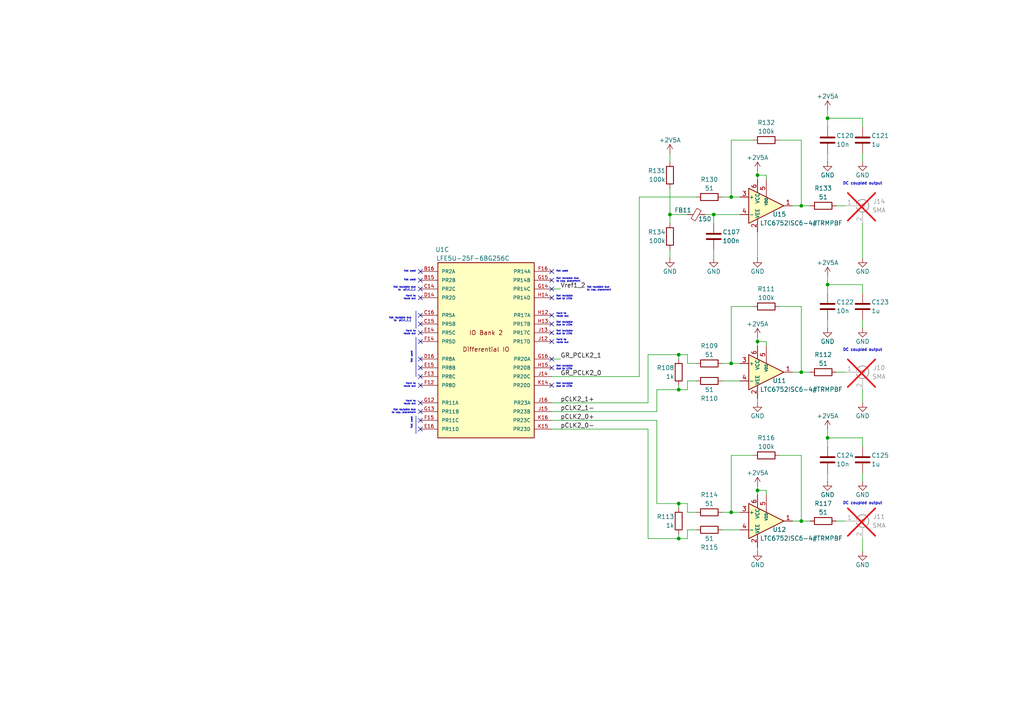
<source format=kicad_sch>
(kicad_sch (version 20250114) (generator "eeschema") (generator_version "9.0")
  (paper "A4")
  (lib_symbols
    (symbol "1_Symbol_Library:LFE5U-25F-6BG256C" (pin_names (offset 1.016))
      (property "Reference" "U" (at -0.762 -3.302 0))
      (property "Value" "LFE5U-25F-6BG256C" (at -40.132 47.498 0))
      (symbol "LFE5U-25F-6BG256C_1_0"
        (rectangle (start -11.43 20.32) (end 12.7 -25.4) (stroke (width 0.254)) (fill (type background)))
        (pin bidirectional line (at -16.51 17.78 0) (length 5.08) (name "PT4A") (number "A2"))
        (pin bidirectional line (at -16.51 15.24 0) (length 5.08) (name "PT4B") (number "B3"))
        (pin bidirectional line (at -16.51 10.16 0) (length 5.08) (name "PT6A") (number "A3"))
        (pin bidirectional line (at -16.51 7.62 0) (length 5.08) (name "PT6B") (number "A4"))
        (pin bidirectional line (at -16.51 2.54 0) (length 5.08) (name "PT9A") (number "E4"))
        (pin bidirectional line (at -16.51 0 0) (length 5.08) (name "PT9B") (number "D4"))
        (pin bidirectional line (at -16.51 -5.08 0) (length 5.08) (name "PT11A") (number "C4"))
        (pin bidirectional line (at -16.51 -7.62 0) (length 5.08) (name "PT11B") (number "B4"))
        (pin bidirectional line (at -16.51 -12.7 0) (length 5.08) (name "PT13A") (number "E5"))
        (pin bidirectional line (at -16.51 -15.24 0) (length 5.08) (name "PT13B") (number "D5"))
        (pin bidirectional line (at -16.51 -20.32 0) (length 5.08) (name "PT15A") (number "C5"))
        (pin bidirectional line (at -16.51 -22.86 0) (length 5.08) (name "PT15B") (number "B5"))
        (pin bidirectional line (at 17.78 17.78 180) (length 5.08) (name "PT18A") (number "A5"))
        (pin bidirectional line (at 17.78 15.24 180) (length 5.08) (name "PT18B") (number "A6"))
        (pin bidirectional line (at 17.78 10.16 180) (length 5.08) (name "PT20A") (number "E6"))
        (pin bidirectional line (at 17.78 7.62 180) (length 5.08) (name "PT20B") (number "D6"))
        (pin bidirectional line (at 17.78 2.54 180) (length 5.08) (name "PT22A") (number "C6"))
        (pin bidirectional line (at 17.78 0 180) (length 5.08) (name "PT22B") (number "B6"))
        (pin bidirectional line (at 17.78 -5.08 180) (length 5.08) (name "PT24A") (number "E7"))
        (pin bidirectional line (at 17.78 -7.62 180) (length 5.08) (name "PT24B") (number "D7"))
        (pin bidirectional line (at 17.78 -12.7 180) (length 5.08) (name "PT27A") (number "C7"))
        (pin bidirectional line (at 17.78 -15.24 180) (length 5.08) (name "PT27B") (number "B7"))
        (pin bidirectional line (at 17.78 -20.32 180) (length 5.08) (name "PT29A") (number "A7"))
        (pin bidirectional line (at 17.78 -22.86 180) (length 5.08) (name "PT29B") (number "A8"))
      )
      (symbol "LFE5U-25F-6BG256C_1_1"
        (text "IO Bank 0" (at 0 2.54 0) (effects (font (size 1.27 1.27))))
      )
      (symbol "LFE5U-25F-6BG256C_2_0"
        (rectangle (start -13.97 27.94) (end 13.97 -33.02) (stroke (width 0.254)) (fill (type background)))
        (pin bidirectional line (at -19.05 25.4 0) (length 5.08) (name "PT33A") (number "E8"))
        (pin bidirectional line (at -19.05 22.86 0) (length 5.08) (name "PT33B") (number "D8"))
        (pin bidirectional line (at -19.05 17.78 0) (length 5.08) (name "PT35A") (number "C8"))
        (pin bidirectional line (at -19.05 15.24 0) (length 5.08) (name "PT35B") (number "B8"))
        (pin bidirectional line (at -19.05 10.16 0) (length 5.08) (name "PT38A") (number "B9"))
        (pin bidirectional line (at -19.05 7.62 0) (length 5.08) (name "PT38B") (number "C9"))
        (pin bidirectional line (at -19.05 2.54 0) (length 5.08) (name "PT40A") (number "D9"))
        (pin bidirectional line (at -19.05 0 0) (length 5.08) (name "PT40B") (number "E9"))
        (pin bidirectional line (at -19.05 -5.08 0) (length 5.08) (name "PT42A") (number "A9"))
        (pin bidirectional line (at -19.05 -7.62 0) (length 5.08) (name "PT42B") (number "A10"))
        (pin bidirectional line (at -19.05 -12.7 0) (length 5.08) (name "PT44A") (number "B10"))
        (pin bidirectional line (at -19.05 -15.24 0) (length 5.08) (name "PT44B") (number "C10"))
        (pin bidirectional line (at -19.05 -20.32 0) (length 5.08) (name "PT47A") (number "D10"))
        (pin bidirectional line (at -19.05 -22.86 0) (length 5.08) (name "PT47B") (number "E10"))
        (pin bidirectional line (at -19.05 -27.94 0) (length 5.08) (name "PT49A") (number "B11"))
        (pin bidirectional line (at -19.05 -30.48 0) (length 5.08) (name "PT49B") (number "C11"))
        (pin bidirectional line (at 19.05 25.4 180) (length 5.08) (name "PT51A") (number "D11"))
        (pin bidirectional line (at 19.05 22.86 180) (length 5.08) (name "PT51B") (number "E11"))
        (pin bidirectional line (at 19.05 17.78 180) (length 5.08) (name "PT53A") (number "A11"))
        (pin bidirectional line (at 19.05 15.24 180) (length 5.08) (name "PT53B") (number "A12"))
        (pin bidirectional line (at 19.05 10.16 180) (length 5.08) (name "PT56A") (number "B12"))
        (pin bidirectional line (at 19.05 7.62 180) (length 5.08) (name "PT56B") (number "C12"))
        (pin bidirectional line (at 19.05 2.54 180) (length 5.08) (name "PT58A") (number "D12"))
        (pin bidirectional line (at 19.05 0 180) (length 5.08) (name "PT58B") (number "E12"))
        (pin bidirectional line (at 19.05 -5.08 180) (length 5.08) (name "PT60A") (number "B13"))
        (pin bidirectional line (at 19.05 -7.62 180) (length 5.08) (name "PT60B") (number "C13"))
        (pin bidirectional line (at 19.05 -12.7 180) (length 5.08) (name "PT62A") (number "D13"))
        (pin bidirectional line (at 19.05 -15.24 180) (length 5.08) (name "PT62B") (number "E13"))
        (pin bidirectional line (at 19.05 -20.32 180) (length 5.08) (name "PT65A") (number "A13"))
        (pin bidirectional line (at 19.05 -22.86 180) (length 5.08) (name "PT65B") (number "A14"))
        (pin bidirectional line (at 19.05 -27.94 180) (length 5.08) (name "PT67A") (number "B14"))
        (pin bidirectional line (at 19.05 -30.48 180) (length 5.08) (name "PT67B") (number "A15"))
      )
      (symbol "LFE5U-25F-6BG256C_2_1"
        (text "IO Bank 1" (at 0 2.54 0) (effects (font (size 1.27 1.27))))
        (text "Differential IO" (at 0 -2.032 0) (effects (font (size 1.27 1.27))))
      )
      (symbol "LFE5U-25F-6BG256C_3_0"
        (rectangle (start -13.97 22.86) (end 13.97 -27.94) (stroke (width 0.254)) (fill (type background)))
        (pin bidirectional line (at -19.05 20.32 0) (length 5.08) (name "PR2A") (number "B16"))
        (pin bidirectional line (at -19.05 17.78 0) (length 5.08) (name "PR2B") (number "B15"))
        (pin bidirectional line (at -19.05 15.24 0) (length 5.08) (name "PR2C") (number "C14"))
        (pin bidirectional line (at -19.05 12.7 0) (length 5.08) (name "PR2D") (number "D14"))
        (pin bidirectional line (at -19.05 7.62 0) (length 5.08) (name "PR5A") (number "C16"))
        (pin bidirectional line (at -19.05 5.08 0) (length 5.08) (name "PR5B") (number "C15"))
        (pin bidirectional line (at -19.05 2.54 0) (length 5.08) (name "PR5C") (number "E14"))
        (pin bidirectional line (at -19.05 0 0) (length 5.08) (name "PR5D") (number "F14"))
        (pin bidirectional line (at -19.05 -5.08 0) (length 5.08) (name "PR8A") (number "D16"))
        (pin bidirectional line (at -19.05 -7.62 0) (length 5.08) (name "PR8B") (number "E15"))
        (pin bidirectional line (at -19.05 -10.16 0) (length 5.08) (name "PR8C") (number "F13"))
        (pin bidirectional line (at -19.05 -12.7 0) (length 5.08) (name "PR8D") (number "F12"))
        (pin bidirectional line (at -19.05 -17.78 0) (length 5.08) (name "PR11A") (number "G12"))
        (pin bidirectional line (at -19.05 -20.32 0) (length 5.08) (name "PR11B") (number "G13"))
        (pin bidirectional line (at -19.05 -22.86 0) (length 5.08) (name "PR11C") (number "F15"))
        (pin bidirectional line (at -19.05 -25.4 0) (length 5.08) (name "PR11D") (number "E16"))
        (pin bidirectional line (at 19.05 20.32 180) (length 5.08) (name "PR14A") (number "F16"))
        (pin bidirectional line (at 19.05 17.78 180) (length 5.08) (name "PR14B") (number "G15"))
        (pin bidirectional line (at 19.05 15.24 180) (length 5.08) (name "PR14C") (number "G14"))
        (pin bidirectional line (at 19.05 12.7 180) (length 5.08) (name "PR14D") (number "H14"))
        (pin bidirectional line (at 19.05 7.62 180) (length 5.08) (name "PR17A") (number "H12"))
        (pin bidirectional line (at 19.05 5.08 180) (length 5.08) (name "PR17B") (number "H13"))
        (pin bidirectional line (at 19.05 2.54 180) (length 5.08) (name "PR17C") (number "J13"))
        (pin bidirectional line (at 19.05 0 180) (length 5.08) (name "PR17D") (number "J12"))
        (pin bidirectional line (at 19.05 -5.08 180) (length 5.08) (name "PR20A") (number "G16"))
        (pin bidirectional line (at 19.05 -7.62 180) (length 5.08) (name "PR20B") (number "H15"))
        (pin bidirectional line (at 19.05 -10.16 180) (length 5.08) (name "PR20C") (number "J14"))
        (pin bidirectional line (at 19.05 -12.7 180) (length 5.08) (name "PR20D") (number "K14"))
        (pin bidirectional line (at 19.05 -17.78 180) (length 5.08) (name "PR23A") (number "J16"))
        (pin bidirectional line (at 19.05 -20.32 180) (length 5.08) (name "PR23B") (number "J15"))
        (pin bidirectional line (at 19.05 -22.86 180) (length 5.08) (name "PR23C") (number "K16"))
        (pin bidirectional line (at 19.05 -25.4 180) (length 5.08) (name "PR23D") (number "K15"))
      )
      (symbol "LFE5U-25F-6BG256C_3_1"
        (text "IO Bank 2" (at 0 2.54 0) (effects (font (size 1.27 1.27))))
        (text "Differential IO" (at 0 -2.286 0) (effects (font (size 1.27 1.27))))
      )
      (symbol "LFE5U-25F-6BG256C_4_0"
        (rectangle (start -12.7 22.86) (end 12.7 -27.94) (stroke (width 0.254)) (fill (type background)))
        (pin bidirectional line (at -17.78 20.32 0) (length 5.08) (name "PR26A") (number "L16"))
        (pin bidirectional line (at -17.78 17.78 0) (length 5.08) (name "PR26B") (number "L15"))
        (pin bidirectional line (at -17.78 15.24 0) (length 5.08) (name "PR26C") (number "M16"))
        (pin bidirectional line (at -17.78 12.7 0) (length 5.08) (name "PR26D") (number "M15"))
        (pin bidirectional line (at -17.78 7.62 0) (length 5.08) (name "PR29A") (number "K13"))
        (pin bidirectional line (at -17.78 5.08 0) (length 5.08) (name "PR29B") (number "K12"))
        (pin bidirectional line (at -17.78 2.54 0) (length 5.08) (name "PR29C") (number "L13"))
        (pin bidirectional line (at -17.78 0 0) (length 5.08) (name "PR29D") (number "L12"))
        (pin bidirectional line (at -17.78 -5.08 0) (length 5.08) (name "PR32A") (number "N16"))
        (pin bidirectional line (at -17.78 -7.62 0) (length 5.08) (name "PR32B") (number "P15"))
        (pin bidirectional line (at -17.78 -10.16 0) (length 5.08) (name "PR32C") (number "L14"))
        (pin bidirectional line (at -17.78 -12.7 0) (length 5.08) (name "PR32D") (number "M14"))
        (pin bidirectional line (at -17.78 -17.78 0) (length 5.08) (name "PR35A") (number "P16"))
        (pin bidirectional line (at -17.78 -20.32 0) (length 5.08) (name "PR35B") (number "R16"))
        (pin bidirectional line (at -17.78 -22.86 0) (length 5.08) (name "PR35C") (number "M13"))
        (pin bidirectional line (at -17.78 -25.4 0) (length 5.08) (name "PR35D") (number "N14"))
        (pin bidirectional line (at 17.78 20.32 180) (length 5.08) (name "PR38A") (number "N13"))
        (pin bidirectional line (at 17.78 17.78 180) (length 5.08) (name "PR38B") (number "P14"))
        (pin bidirectional line (at 17.78 15.24 180) (length 5.08) (name "PR38C") (number "R15"))
        (pin bidirectional line (at 17.78 12.7 180) (length 5.08) (name "PR38D") (number "T15"))
        (pin bidirectional line (at 17.78 7.62 180) (length 5.08) (name "PR41A") (number "P13"))
        (pin bidirectional line (at 17.78 5.08 180) (length 5.08) (name "PR41B") (number "R14"))
        (pin bidirectional line (at 17.78 2.54 180) (length 5.08) (name "PR41C") (number "R13"))
        (pin bidirectional line (at 17.78 0 180) (length 5.08) (name "PR41D") (number "T14"))
        (pin bidirectional line (at 17.78 -5.08 180) (length 5.08) (name "PR44A") (number "R12"))
        (pin bidirectional line (at 17.78 -7.62 180) (length 5.08) (name "PR44B") (number "T13"))
        (pin bidirectional line (at 17.78 -10.16 180) (length 5.08) (name "PR44C") (number "M12"))
        (pin bidirectional line (at 17.78 -12.7 180) (length 5.08) (name "PR44D") (number "N12"))
        (pin bidirectional line (at 17.78 -17.78 180) (length 5.08) (name "PR47A") (number "M11"))
        (pin bidirectional line (at 17.78 -20.32 180) (length 5.08) (name "PR47B") (number "N11"))
        (pin bidirectional line (at 17.78 -22.86 180) (length 5.08) (name "PR47C") (number "P11"))
        (pin bidirectional line (at 17.78 -25.4 180) (length 5.08) (name "PR47D") (number "P12"))
      )
      (symbol "LFE5U-25F-6BG256C_4_1"
        (text "IO Bank 3" (at 0 2.54 0) (effects (font (size 1.27 1.27))))
      )
      (symbol "LFE5U-25F-6BG256C_5_0"
        (rectangle (start -13.97 22.86) (end 13.97 -27.94) (stroke (width 0.254)) (fill (type background)))
        (pin bidirectional line (at -19.05 20.32 0) (length 5.08) (name "PL26A") (number "L1"))
        (pin bidirectional line (at -19.05 17.78 0) (length 5.08) (name "PL26B") (number "L2"))
        (pin bidirectional line (at -19.05 15.24 0) (length 5.08) (name "PL26C") (number "M1"))
        (pin bidirectional line (at -19.05 12.7 0) (length 5.08) (name "PL26D") (number "M2"))
        (pin bidirectional line (at -19.05 7.62 0) (length 5.08) (name "PL29A") (number "K4"))
        (pin bidirectional line (at -19.05 5.08 0) (length 5.08) (name "PL29B") (number "K5"))
        (pin bidirectional line (at -19.05 2.54 0) (length 5.08) (name "PL29C") (number "L4"))
        (pin bidirectional line (at -19.05 0 0) (length 5.08) (name "PL29D") (number "L5"))
        (pin bidirectional line (at -19.05 -5.08 0) (length 5.08) (name "PL32A") (number "N1"))
        (pin bidirectional line (at -19.05 -7.62 0) (length 5.08) (name "PL32B") (number "P2"))
        (pin bidirectional line (at -19.05 -10.16 0) (length 5.08) (name "PL32C") (number "L3"))
        (pin bidirectional line (at -19.05 -12.7 0) (length 5.08) (name "PL32D") (number "M3"))
        (pin bidirectional line (at -19.05 -17.78 0) (length 5.08) (name "PL35A") (number "P1"))
        (pin bidirectional line (at -19.05 -20.32 0) (length 5.08) (name "PL35B") (number "R1"))
        (pin bidirectional line (at -19.05 -22.86 0) (length 5.08) (name "PL35C") (number "M4"))
        (pin bidirectional line (at -19.05 -25.4 0) (length 5.08) (name "PL35D") (number "N3"))
        (pin bidirectional line (at 19.05 20.32 180) (length 5.08) (name "PL38A") (number "N4"))
        (pin bidirectional line (at 19.05 17.78 180) (length 5.08) (name "PL38B") (number "P3"))
        (pin bidirectional line (at 19.05 15.24 180) (length 5.08) (name "PL38C") (number "R2"))
        (pin bidirectional line (at 19.05 12.7 180) (length 5.08) (name "PL38D") (number "T2"))
        (pin bidirectional line (at 19.05 7.62 180) (length 5.08) (name "PL41A") (number "P4"))
        (pin bidirectional line (at 19.05 5.08 180) (length 5.08) (name "PL41B") (number "R3"))
        (pin bidirectional line (at 19.05 2.54 180) (length 5.08) (name "PL41C") (number "R4"))
        (pin bidirectional line (at 19.05 0 180) (length 5.08) (name "PL41D") (number "T3"))
        (pin bidirectional line (at 19.05 -5.08 180) (length 5.08) (name "PL44A") (number "R5"))
        (pin bidirectional line (at 19.05 -7.62 180) (length 5.08) (name "PL44B") (number "T4"))
        (pin bidirectional line (at 19.05 -10.16 180) (length 5.08) (name "PL44C") (number "M5"))
        (pin bidirectional line (at 19.05 -12.7 180) (length 5.08) (name "PL44D") (number "N5"))
        (pin bidirectional line (at 19.05 -17.78 180) (length 5.08) (name "PL47A") (number "M6"))
        (pin bidirectional line (at 19.05 -20.32 180) (length 5.08) (name "PL47B") (number "N6"))
        (pin bidirectional line (at 19.05 -22.86 180) (length 5.08) (name "PL47C") (number "P6"))
        (pin bidirectional line (at 19.05 -25.4 180) (length 5.08) (name "PL47D") (number "P5"))
      )
      (symbol "LFE5U-25F-6BG256C_5_1"
        (text "IO Bank 6" (at 0 2.54 0) (effects (font (size 1.27 1.27))))
        (text "Differential IO" (at 0 -2.286 0) (effects (font (size 1.27 1.27))))
      )
      (symbol "LFE5U-25F-6BG256C_6_0"
        (rectangle (start -13.97 22.86) (end 13.97 -27.94) (stroke (width 0.254)) (fill (type background)))
        (pin bidirectional line (at -19.05 20.32 0) (length 5.08) (name "PL2A") (number "B1"))
        (pin bidirectional line (at -19.05 17.78 0) (length 5.08) (name "PL2B") (number "B2"))
        (pin bidirectional line (at -19.05 15.24 0) (length 5.08) (name "PL2C") (number "C3"))
        (pin bidirectional line (at -19.05 12.7 0) (length 5.08) (name "PL2D") (number "D3"))
        (pin bidirectional line (at -19.05 7.62 0) (length 5.08) (name "PL5A") (number "C1"))
        (pin bidirectional line (at -19.05 5.08 0) (length 5.08) (name "PL5B") (number "C2"))
        (pin bidirectional line (at -19.05 2.54 0) (length 5.08) (name "PL5C") (number "E3"))
        (pin bidirectional line (at -19.05 0 0) (length 5.08) (name "PL5D") (number "F3"))
        (pin bidirectional line (at -19.05 -5.08 0) (length 5.08) (name "PL8A") (number "D1"))
        (pin bidirectional line (at -19.05 -7.62 0) (length 5.08) (name "PL8B") (number "E2"))
        (pin bidirectional line (at -19.05 -10.16 0) (length 5.08) (name "PL8C") (number "F4"))
        (pin bidirectional line (at -19.05 -12.7 0) (length 5.08) (name "PL8D") (number "F5"))
        (pin bidirectional line (at -19.05 -17.78 0) (length 5.08) (name "PL11A") (number "G5"))
        (pin bidirectional line (at -19.05 -20.32 0) (length 5.08) (name "PL11B") (number "G4"))
        (pin bidirectional line (at -19.05 -22.86 0) (length 5.08) (name "PL11C") (number "F2"))
        (pin bidirectional line (at -19.05 -25.4 0) (length 5.08) (name "PL11D") (number "E1"))
        (pin bidirectional line (at 19.05 20.32 180) (length 5.08) (name "PL14A") (number "F1"))
        (pin bidirectional line (at 19.05 17.78 180) (length 5.08) (name "PL14B") (number "G2"))
        (pin bidirectional line (at 19.05 15.24 180) (length 5.08) (name "PL14C") (number "G3"))
        (pin bidirectional line (at 19.05 12.7 180) (length 5.08) (name "PL14D") (number "H3"))
        (pin bidirectional line (at 19.05 7.62 180) (length 5.08) (name "PL17A") (number "H5"))
        (pin bidirectional line (at 19.05 5.08 180) (length 5.08) (name "PL17B") (number "H4"))
        (pin bidirectional line (at 19.05 2.54 180) (length 5.08) (name "PL17C") (number "J4"))
        (pin bidirectional line (at 19.05 0 180) (length 5.08) (name "PL17D") (number "J5"))
        (pin bidirectional line (at 19.05 -5.08 180) (length 5.08) (name "PL20A") (number "G1"))
        (pin bidirectional line (at 19.05 -7.62 180) (length 5.08) (name "PL20B") (number "H2"))
        (pin bidirectional line (at 19.05 -10.16 180) (length 5.08) (name "PL20C") (number "J3"))
        (pin bidirectional line (at 19.05 -12.7 180) (length 5.08) (name "PL20D") (number "K3"))
        (pin bidirectional line (at 19.05 -17.78 180) (length 5.08) (name "PL23A") (number "J1"))
        (pin bidirectional line (at 19.05 -20.32 180) (length 5.08) (name "PL23B") (number "J2"))
        (pin bidirectional line (at 19.05 -22.86 180) (length 5.08) (name "PL23C") (number "K1"))
        (pin bidirectional line (at 19.05 -25.4 180) (length 5.08) (name "PL23D") (number "K2"))
      )
      (symbol "LFE5U-25F-6BG256C_6_1"
        (text "IO Bank 7" (at 0 2.54 0) (effects (font (size 1.27 1.27))))
        (text "Differential IO" (at 0 -2.286 0) (effects (font (size 1.27 1.27))))
      )
      (symbol "LFE5U-25F-6BG256C_7_0"
        (rectangle (start -15.24 27.94) (end 15.24 -22.86) (stroke (width 0.254)) (fill (type background)))
        (pin input line (at -20.32 25.4 0) (length 5.08) (name "~{PROGRAM}") (number "R9"))
        (pin input clock (at -20.32 22.86 0) (length 5.08) (name "CCLK") (number "N9"))
        (pin input line (at -20.32 10.16 0) (length 5.08) (name "CFG_0") (number "N10"))
        (pin input line (at -20.32 7.62 0) (length 5.08) (name "CFG_1") (number "P10"))
        (pin input line (at -20.32 5.08 0) (length 5.08) (name "CFG_2") (number "R10"))
        (pin bidirectional line (at -20.32 -5.08 0) (length 5.08) (name "DONE") (number "P9"))
        (pin bidirectional line (at -20.32 -7.62 0) (length 5.08) (name "~{INIT}") (number "T9"))
        (pin bidirectional line (at 20.32 25.4 180) (length 5.08) (name "PB4B/D6/IO6") (number "R6"))
        (pin bidirectional line (at 20.32 22.86 180) (length 5.08) (name "PB4A/D7/IO7") (number "T6"))
        (pin bidirectional line (at 20.32 17.78 180) (length 5.08) (name "PB6B/D4/IO4/MOSI2") (number "P7"))
        (pin bidirectional line (at 20.32 15.24 180) (length 5.08) (name "PB6A/D5/IO5/MISO2") (number "R7"))
        (pin bidirectional line (at 20.32 10.16 180) (length 5.08) (name "PB9A/D3/IO3") (number "N7"))
        (pin bidirectional line (at 20.32 7.62 180) (length 5.08) (name "PB9B/D2/IO2") (number "M7"))
        (pin bidirectional line (at 20.32 2.54 180) (length 5.08) (name "PB11A/D1/IO1/MISO") (number "T7"))
        (pin bidirectional line (at 20.32 0 180) (length 5.08) (name "PB11B/D0/IO0/MOSI") (number "T8"))
        (pin bidirectional line (at 20.32 -5.08 180) (length 5.08) (name "PB13A/~{S}/~{CS}") (number "R8"))
        (pin bidirectional line (at 20.32 -7.62 180) (length 5.08) (name "PB13B/~{CS1}") (number "P8"))
        (pin bidirectional line (at 20.32 -12.7 180) (length 5.08) (name "PB15A/~{HOLD}/DI/BUSY/~{CSSPI}/~{CE}") (number "N8"))
        (pin bidirectional line (at 20.32 -15.24 180) (length 5.08) (name "PB15B/DOUT/~{CSO}") (number "M8"))
        (pin bidirectional line (at 20.32 -20.32 180) (length 5.08) (name "PB18A/~{WRITE}") (number "M9"))
      )
      (symbol "LFE5U-25F-6BG256C_7_1"
        (text "IO Bank 8" (at 0 5.08 0) (effects (font (size 1.27 1.27))))
      )
      (symbol "LFE5U-25F-6BG256C_8_0"
        (rectangle (start -7.62 6.35) (end 2.54 -6.35) (stroke (width 0.254)) (fill (type background)))
        (pin input line (at -12.7 3.81 0) (length 5.08) (name "TMS") (number "T11"))
        (pin input line (at -12.7 1.27 0) (length 5.08) (name "TDI") (number "R11"))
        (pin output line (at -12.7 -1.27 0) (length 5.08) (name "TDO") (number "M10"))
        (pin bidirectional clock (at -12.7 -3.81 0) (length 5.08) (name "TCK") (number "T10"))
      )
      (symbol "LFE5U-25F-6BG256C_8_1"
        (text "JTAG" (at 0 0 0) (effects (font (size 1.27 1.27))))
      )
      (symbol "LFE5U-25F-6BG256C_9_0"
        (rectangle (start -12.7 7.62) (end 59.69 -7.62) (stroke (width 0.254)) (fill (type background)))
        (pin power_in line (at -10.16 12.7 270) (length 5.08) (name "VCC") (number "G6"))
        (pin power_in line (at -10.16 -12.7 90) (length 5.08) (name "GND1") (number "A1"))
        (pin power_in line (at -7.62 -12.7 90) (length 5.08) (name "GND1") (number "A16"))
        (pin power_in line (at -5.08 -12.7 90) (length 5.08) (name "GND1") (number "D2"))
        (pin power_in line (at -2.54 12.7 270) (length 5.08) (name "VCC") (number "G7"))
        (pin power_in line (at -2.54 -12.7 90) (length 5.08) (name "GND1") (number "D15"))
        (pin power_in line (at 0 -12.7 90) (length 5.08) (name "GND1") (number "F8"))
        (pin power_in line (at 2.54 -12.7 90) (length 5.08) (name "GND1") (number "F9"))
        (pin power_in line (at 5.08 12.7 270) (length 5.08) (name "VCC") (number "G9"))
        (pin power_in line (at 5.08 -12.7 90) (length 5.08) (name "GND1") (number "G8"))
        (pin power_in line (at 7.62 -12.7 90) (length 5.08) (name "GND1") (number "G10"))
        (pin power_in line (at 10.16 -12.7 90) (length 5.08) (name "GND1") (number "H1"))
        (pin power_in line (at 12.7 12.7 270) (length 5.08) (name "VCC") (number "L8"))
        (pin power_in line (at 12.7 -12.7 90) (length 5.08) (name "GND1") (number "H8"))
        (pin power_in line (at 15.24 -12.7 90) (length 5.08) (name "GND1") (number "H9"))
        (pin power_in line (at 17.78 -12.7 90) (length 5.08) (name "GND1") (number "H10"))
        (pin power_in line (at 20.32 12.7 270) (length 5.08) (name "VCC") (number "L9"))
        (pin power_in line (at 20.32 -12.7 90) (length 5.08) (name "GND1") (number "H16"))
        (pin power_in line (at 25.4 -12.7 90) (length 5.08) (name "GND2") (number "J8"))
        (pin power_in line (at 27.94 12.7 270) (length 5.08) (name "VCC") (number "L10"))
        (pin power_in line (at 27.94 -12.7 90) (length 5.08) (name "GND2") (number "J9"))
        (pin power_in line (at 30.48 -12.7 90) (length 5.08) (name "GND2") (number "J10"))
        (pin power_in line (at 33.02 -12.7 90) (length 5.08) (name "GND2") (number "K6"))
        (pin power_in line (at 35.56 -12.7 90) (length 5.08) (name "GND2") (number "K7"))
        (pin power_in line (at 38.1 -12.7 90) (length 5.08) (name "GND2") (number "K8"))
        (pin power_in line (at 40.64 -12.7 90) (length 5.08) (name "GND2") (number "K9"))
        (pin power_in line (at 43.18 -12.7 90) (length 5.08) (name "GND2") (number "K10"))
        (pin power_in line (at 45.72 -12.7 90) (length 5.08) (name "GND2") (number "N2"))
        (pin power_in line (at 48.26 -12.7 90) (length 5.08) (name "GND2") (number "N15"))
        (pin power_in line (at 49.53 12.7 270) (length 5.08) (name "VCCAUX") (number "G11"))
        (pin power_in line (at 50.8 -12.7 90) (length 5.08) (name "GND2") (number "T1"))
        (pin power_in line (at 53.34 -12.7 90) (length 5.08) (name "GND2") (number "T5"))
        (pin power_in line (at 55.88 -12.7 90) (length 5.08) (name "GND2") (number "T12"))
        (pin power_in line (at 57.15 12.7 270) (length 5.08) (name "VCCAUX") (number "L7"))
        (pin power_in line (at 58.42 -12.7 90) (length 5.08) (name "GND2") (number "T16"))
      )
      (symbol "LFE5U-25F-6BG256C_10_0"
        (rectangle (start -8.89 25.4) (end 8.89 -35.56) (stroke (width 0.254)) (fill (type background)))
        (pin power_in line (at -13.97 22.86 0) (length 5.08) (name "VCCIO1") (number "F10"))
        (pin power_in line (at -13.97 20.32 0) (length 5.08) (name "VCCIO1") (number "F11"))
        (pin power_in line (at -13.97 5.08 0) (length 5.08) (name "VCCIO3") (number "K11"))
        (pin power_in line (at -13.97 2.54 0) (length 5.08) (name "VCCIO3") (number "L11"))
        (pin power_in line (at -13.97 -12.7 0) (length 5.08) (name "VCCIO7") (number "H6"))
        (pin power_in line (at -13.97 -15.24 0) (length 5.08) (name "VCCIO7") (number "H7"))
        (pin power_in line (at 13.97 22.86 180) (length 5.08) (name "VCCIO0") (number "F6"))
        (pin power_in line (at 13.97 20.32 180) (length 5.08) (name "VCCIO0") (number "F7"))
        (pin power_in line (at 13.97 5.08 180) (length 5.08) (name "VCCIO2") (number "H11"))
        (pin power_in line (at 13.97 2.54 180) (length 5.08) (name "VCCIO2") (number "J11"))
        (pin power_in line (at 13.97 -12.7 180) (length 5.08) (name "VCCIO6") (number "J6"))
        (pin power_in line (at 13.97 -15.24 180) (length 5.08) (name "VCCIO6") (number "J7"))
        (pin power_in line (at 13.97 -33.02 180) (length 5.08) (name "VCCIO8") (number "L6"))
      )
    )
    (symbol "Comparator:LTC6752xSC6-4" (pin_names (offset 0.127))
      (property "Reference" "U" (at 3.81 -5.08 0))
      (property "Value" "LTC6752xSC6-4" (at 3.81 -7.62 0))
      (symbol "LTC6752xSC6-4_1_1"
        (polyline (pts (xy -5.08 5.08) (xy 5.08 0) (xy -5.08 -5.08) (xy -5.08 5.08)) (stroke (width 0.254)) (fill (type background)))
        (pin input line (at -7.62 2.54 0) (length 2.54) (name "+") (number "3"))
        (pin input line (at -7.62 -2.54 0) (length 2.54) (name "-") (number "4"))
        (pin power_in line (at -2.54 7.62 270) (length 3.81) (name "VCC") (number "6"))
        (pin power_in line (at -2.54 -7.62 90) (length 3.81) (name "VEE") (number "2"))
        (pin power_in line (at 0 7.62 270) (length 5.08) (name "VDD") (number "5"))
        (pin output line (at 7.62 0 180) (length 2.54) (name "~") (number "1"))
      )
    )
    (symbol "Connector:Conn_Coaxial" (pin_names (offset 1.016) (hide yes))
      (property "Reference" "J" (at 0.254 3.048 0))
      (property "Value" "Conn_Coaxial" (at 2.921 0 90))
      (symbol "Conn_Coaxial_0_1"
        (polyline (pts (xy -2.54 0) (xy -0.508 0)))
        (arc (start 1.778 0) (mid 0.222 -1.8079) (end -1.778 -0.508) (stroke (width 0.254)))
        (arc (start -1.778 0.508) (mid 0.2221 1.8084) (end 1.778 0) (stroke (width 0.254)))
        (circle (center 0 0) (radius 0.508) (stroke (width 0.2032)))
        (polyline (pts (xy 0 -2.54) (xy 0 -1.778)))
      )
      (symbol "Conn_Coaxial_1_1"
        (pin passive line (at -5.08 0 0) (length 2.54) (name "In") (number "1"))
        (pin passive line (at 0 -5.08 90) (length 2.54) (name "Ext") (number "2"))
      )
    )
    (symbol "Device:C" (pin_numbers (hide yes)) (pin_names (offset 0.254))
      (property "Reference" "C" (at 0.635 2.54 0))
      (property "Value" "C" (at 0.635 -2.54 0))
      (symbol "C_0_1"
        (polyline (pts (xy -2.032 0.762) (xy 2.032 0.762)) (stroke (width 0.508)))
        (polyline (pts (xy -2.032 -0.762) (xy 2.032 -0.762)) (stroke (width 0.508)))
      )
      (symbol "C_1_1"
        (pin passive line (at 0 3.81 270) (length 2.794) (name "~") (number "1"))
        (pin passive line (at 0 -3.81 90) (length 2.794) (name "~") (number "2"))
      )
    )
    (symbol "Device:FerriteBead_Small" (pin_numbers (hide yes)) (pin_names (offset 0))
      (property "Reference" "FB" (at 1.905 1.27 0))
      (property "Value" "FerriteBead_Small" (at 1.905 -1.27 0))
      (symbol "FerriteBead_Small_0_1"
        (polyline (pts (xy -1.8288 0.2794) (xy -1.1176 1.4986) (xy 1.8288 -0.2032) (xy 1.1176 -1.4224) (xy -1.8288 0.2794)))
        (polyline (pts (xy 0 0.889) (xy 0 1.2954)))
        (polyline (pts (xy 0 -1.27) (xy 0 -0.7874)))
      )
      (symbol "FerriteBead_Small_1_1"
        (pin passive line (at 0 2.54 270) (length 1.27) (name "~") (number "1"))
        (pin passive line (at 0 -2.54 90) (length 1.27) (name "~") (number "2"))
      )
    )
    (symbol "Device:R" (pin_numbers (hide yes)) (pin_names (offset 0))
      (property "Reference" "R" (at 2.032 0 90))
      (property "Value" "R" (at 0 0 90))
      (symbol "R_0_1"
        (rectangle (start -1.016 -2.54) (end 1.016 2.54) (stroke (width 0.254)))
      )
      (symbol "R_1_1"
        (pin passive line (at 0 3.81 270) (length 1.27) (name "~") (number "1"))
        (pin passive line (at 0 -3.81 90) (length 1.27) (name "~") (number "2"))
      )
    )
    (symbol "power:+2V5" (power) (pin_numbers (hide yes)) (pin_names (offset 0) (hide yes))
      (property "Value" "+2V5" (at 0 3.556 0))
      (symbol "+2V5_0_1"
        (polyline (pts (xy -0.762 1.27) (xy 0 2.54)))
        (polyline (pts (xy 0 2.54) (xy 0.762 1.27)))
        (polyline (pts (xy 0 0) (xy 0 2.54)))
      )
      (symbol "+2V5_1_1"
        (pin power_in line (at 0 0 90) (length 0) (name "~") (number "1"))
      )
    )
    (symbol "power:GND" (power) (pin_numbers (hide yes)) (pin_names (offset 0) (hide yes))
      (property "Value" "GND" (at 0 -3.81 0))
      (symbol "GND_0_1"
        (polyline (pts (xy 0 0) (xy 0 -1.27) (xy 1.27 -1.27) (xy 0 -2.54) (xy -1.27 -1.27) (xy 0 -1.27)))
      )
      (symbol "GND_1_1"
        (pin power_in line (at 0 0 270) (length 0) (name "~") (number "1"))
      )
    )
  )
  (text "Not used" (at 120.65 78.74 0) (effects (font (size 0.5 0.5)) (justify right)))
  (text "DC coupled output" (at 250.19 53.34 0) (effects (font (size 0.8 0.8) (thickness 0.16) (bold yes))))
  (text "DC coupled output" (at 250.19 146.05 0) (effects (font (size 0.8 0.8) (thickness 0.16) (bold yes))))
  (text "Not routable\ndue to LEDs" (at 161.29 96.52 0) (effects (font (size 0.5 0.5)) (justify left)))
  (text "Not routable\ndue to LEDs" (at 161.29 86.36 0) (effects (font (size 0.5 0.5)) (justify left)))
  (text "Not routable\ndue to LEDs" (at 161.29 106.68 0) (effects (font (size 0.5 0.5)) (justify left)))
  (text "Not routable\ndue to LEDs" (at 161.29 111.76 0) (effects (font (size 0.5 0.5)) (justify left)))
  (text "Hard to\nroute out" (at 120.65 111.76 0) (effects (font (size 0.5 0.5)) (justify right)))
  (text "Not routable due\nto cap. placement" (at 170.18 83.82 0) (effects (font (size 0.5 0.5)) (justify left)))
  (text "Not routable\ndue to LEDs" (at 161.29 93.98 0) (effects (font (size 0.5 0.5)) (justify left)))
  (text "Not used" (at 120.65 81.28 0) (effects (font (size 0.5 0.5)) (justify right)))
  (text "Not used" (at 161.29 78.74 0) (effects (font (size 0.5 0.5)) (justify left)))
  (text "Hard to\nroute out" (at 120.65 86.36 0) (effects (font (size 0.5 0.5)) (justify right)))
  (text "Hard to\nroute out" (at 161.29 91.44 0) (effects (font (size 0.5 0.5)) (justify left)))
  (text "Not used" (at 119.38 105.41 90) (effects (font (size 0.5 0.5)) (justify left)))
  (text "Not routable due\nto  pCLK_1_1" (at 120.65 83.82 0) (effects (font (size 0.5 0.5)) (justify right)))
  (text "Not routable due\nto cap. placement" (at 161.29 81.28 0) (effects (font (size 0.5 0.5)) (justify left)))
  (text "Not routable due\nto  pCLK_1_1" (at 119.38 92.71 0) (effects (font (size 0.5 0.5)) (justify right)))
  (text "Not used" (at 119.38 124.46 90) (effects (font (size 0.5 0.5)) (justify left)))
  (text "Hard to\nroute out" (at 161.29 99.06 0) (effects (font (size 0.5 0.5)) (justify left)))
  (text "Hard to\nroute out" (at 120.65 116.84 0) (effects (font (size 0.5 0.5)) (justify right)))
  (text "Hard to\nroute out" (at 120.65 96.52 0) (effects (font (size 0.5 0.5)) (justify right)))
  (text "DC coupled output" (at 250.19 101.6 0) (effects (font (size 0.8 0.8) (thickness 0.16) (bold yes))))
  (text "Not routable due\nto cap. placement" (at 120.65 119.38 0) (effects (font (size 0.5 0.5)) (justify right)))
  (junction (at 219.71 99.06))
  (junction (at 219.71 50.8))
  (junction (at 240.03 34.29))
  (junction (at 196.85 113.03))
  (junction (at 212.09 57.15))
  (junction (at 212.09 148.59))
  (junction (at 232.41 151.13))
  (junction (at 219.71 142.24))
  (junction (at 232.41 107.95))
  (junction (at 207.01 62.23))
  (junction (at 212.09 105.41))
  (junction (at 196.85 156.21))
  (junction (at 196.85 146.05))
  (junction (at 240.03 82.55))
  (junction (at 196.85 102.87))
  (junction (at 194.31 62.23))
  (junction (at 232.41 59.69))
  (junction (at 240.03 127))
  (no_connect (at 160.02 106.68))
  (no_connect (at 121.92 109.22))
  (no_connect (at 160.02 99.06))
  (no_connect (at 121.92 86.36))
  (no_connect (at 160.02 83.82))
  (no_connect (at 160.02 93.98))
  (no_connect (at 121.92 119.38))
  (no_connect (at 121.92 99.06))
  (no_connect (at 121.92 81.28))
  (no_connect (at 121.92 124.46))
  (no_connect (at 121.92 104.14))
  (no_connect (at 121.92 121.92))
  (no_connect (at 121.92 83.82))
  (no_connect (at 160.02 111.76))
  (no_connect (at 121.92 106.68))
  (no_connect (at 160.02 81.28))
  (no_connect (at 121.92 116.84))
  (no_connect (at 121.92 78.74))
  (no_connect (at 121.92 96.52))
  (no_connect (at 121.92 111.76))
  (no_connect (at 160.02 91.44))
  (no_connect (at 160.02 78.74))
  (no_connect (at 160.02 86.36))
  (no_connect (at 121.92 91.44))
  (no_connect (at 160.02 104.14))
  (no_connect (at 121.92 93.98))
  (no_connect (at 160.02 96.52))
  (wire (pts (xy 226.06 88.9) (xy 232.41 88.9)))
  (wire (pts (xy 209.55 105.41) (xy 212.09 105.41)))
  (wire (pts (xy 199.39 148.59) (xy 201.93 148.59)))
  (wire (pts (xy 242.57 107.95) (xy 245.11 107.95)))
  (wire (pts (xy 196.85 154.94) (xy 196.85 156.21)))
  (wire (pts (xy 219.71 158.75) (xy 219.71 160.02)))
  (wire (pts (xy 160.02 119.38) (xy 190.5 119.38)))
  (wire (pts (xy 250.19 113.03) (xy 250.19 116.84)))
  (wire (pts (xy 196.85 104.14) (xy 196.85 102.87)))
  (wire (pts (xy 240.03 92.71) (xy 240.03 95.25)))
  (wire (pts (xy 185.42 57.15) (xy 185.42 109.22)))
  (wire (pts (xy 209.55 148.59) (xy 212.09 148.59)))
  (wire (pts (xy 212.09 57.15) (xy 214.63 57.15)))
  (wire (pts (xy 250.19 34.29) (xy 240.03 34.29)))
  (wire (pts (xy 240.03 124.46) (xy 240.03 127)))
  (wire (pts (xy 232.41 107.95) (xy 232.41 88.9)))
  (wire (pts (xy 240.03 137.16) (xy 240.03 139.7)))
  (wire (pts (xy 190.5 113.03) (xy 190.5 119.38)))
  (wire (pts (xy 242.57 151.13) (xy 245.11 151.13)))
  (wire (pts (xy 196.85 102.87) (xy 199.39 102.87)))
  (wire (pts (xy 240.03 80.01) (xy 240.03 82.55)))
  (wire (pts (xy 250.19 137.16) (xy 250.19 139.7)))
  (wire (pts (xy 207.01 72.39) (xy 207.01 74.93)))
  (wire (pts (xy 226.06 132.08) (xy 232.41 132.08)))
  (wire (pts (xy 240.03 31.75) (xy 240.03 34.29)))
  (wire (pts (xy 187.96 156.21) (xy 187.96 124.46)))
  (wire (pts (xy 212.09 40.64) (xy 212.09 57.15)))
  (wire (pts (xy 187.96 156.21) (xy 196.85 156.21)))
  (wire (pts (xy 222.25 99.06) (xy 222.25 100.33)))
  (wire (pts (xy 229.87 151.13) (xy 232.41 151.13)))
  (wire (pts (xy 194.31 62.23) (xy 199.39 62.23)))
  (wire (pts (xy 232.41 151.13) (xy 234.95 151.13)))
  (wire (pts (xy 196.85 113.03) (xy 199.39 113.03)))
  (wire (pts (xy 250.19 92.71) (xy 250.19 95.25)))
  (wire (pts (xy 190.5 113.03) (xy 196.85 113.03)))
  (wire (pts (xy 240.03 129.54) (xy 240.03 127)))
  (wire (pts (xy 219.71 142.24) (xy 222.25 142.24)))
  (wire (pts (xy 160.02 124.46) (xy 187.96 124.46)))
  (wire (pts (xy 196.85 146.05) (xy 199.39 146.05)))
  (wire (pts (xy 209.55 57.15) (xy 212.09 57.15)))
  (wire (pts (xy 219.71 115.57) (xy 219.71 116.84)))
  (wire (pts (xy 199.39 105.41) (xy 201.93 105.41)))
  (wire (pts (xy 209.55 153.67) (xy 214.63 153.67)))
  (wire (pts (xy 229.87 107.95) (xy 232.41 107.95)))
  (wire (pts (xy 160.02 83.82) (xy 162.56 83.82)))
  (wire (pts (xy 229.87 59.69) (xy 232.41 59.69)))
  (wire (pts (xy 190.5 146.05) (xy 190.5 121.92)))
  (wire (pts (xy 160.02 121.92) (xy 190.5 121.92)))
  (wire (pts (xy 204.47 62.23) (xy 207.01 62.23)))
  (wire (pts (xy 190.5 146.05) (xy 196.85 146.05)))
  (wire (pts (xy 240.03 85.09) (xy 240.03 82.55)))
  (wire (pts (xy 209.55 110.49) (xy 214.63 110.49)))
  (polyline (pts (xy 120.65 90.17) (xy 120.65 95.25)))
  (wire (pts (xy 250.19 36.83) (xy 250.19 34.29)))
  (wire (pts (xy 212.09 132.08) (xy 212.09 148.59)))
  (wire (pts (xy 219.71 100.33) (xy 219.71 99.06)))
  (wire (pts (xy 219.71 140.97) (xy 219.71 142.24)))
  (wire (pts (xy 250.19 129.54) (xy 250.19 127)))
  (wire (pts (xy 218.44 88.9) (xy 212.09 88.9)))
  (wire (pts (xy 196.85 147.32) (xy 196.85 146.05)))
  (wire (pts (xy 219.71 99.06) (xy 222.25 99.06)))
  (wire (pts (xy 199.39 146.05) (xy 199.39 148.59)))
  (wire (pts (xy 240.03 44.45) (xy 240.03 46.99)))
  (wire (pts (xy 212.09 105.41) (xy 214.63 105.41)))
  (wire (pts (xy 250.19 85.09) (xy 250.19 82.55)))
  (wire (pts (xy 194.31 44.45) (xy 194.31 46.99)))
  (wire (pts (xy 187.96 102.87) (xy 187.96 116.84)))
  (wire (pts (xy 242.57 59.69) (xy 245.11 59.69)))
  (wire (pts (xy 250.19 64.77) (xy 250.19 74.93)))
  (wire (pts (xy 199.39 113.03) (xy 199.39 110.49)))
  (wire (pts (xy 207.01 62.23) (xy 207.01 64.77)))
  (wire (pts (xy 207.01 62.23) (xy 214.63 62.23)))
  (wire (pts (xy 218.44 132.08) (xy 212.09 132.08)))
  (wire (pts (xy 194.31 54.61) (xy 194.31 62.23)))
  (wire (pts (xy 212.09 88.9) (xy 212.09 105.41)))
  (wire (pts (xy 199.39 110.49) (xy 201.93 110.49)))
  (wire (pts (xy 199.39 102.87) (xy 199.39 105.41)))
  (wire (pts (xy 222.25 142.24) (xy 222.25 143.51)))
  (wire (pts (xy 250.19 127) (xy 240.03 127)))
  (wire (pts (xy 232.41 59.69) (xy 234.95 59.69)))
  (wire (pts (xy 219.71 67.31) (xy 219.71 74.93)))
  (wire (pts (xy 199.39 156.21) (xy 199.39 153.67)))
  (wire (pts (xy 199.39 153.67) (xy 201.93 153.67)))
  (wire (pts (xy 160.02 116.84) (xy 187.96 116.84)))
  (wire (pts (xy 219.71 52.07) (xy 219.71 50.8)))
  (wire (pts (xy 196.85 111.76) (xy 196.85 113.03)))
  (wire (pts (xy 250.19 82.55) (xy 240.03 82.55)))
  (polyline (pts (xy 120.65 120.65) (xy 120.65 125.73)))
  (wire (pts (xy 219.71 143.51) (xy 219.71 142.24)))
  (wire (pts (xy 194.31 72.39) (xy 194.31 74.93)))
  (wire (pts (xy 218.44 40.64) (xy 212.09 40.64)))
  (wire (pts (xy 160.02 104.14) (xy 162.56 104.14)))
  (wire (pts (xy 250.19 44.45) (xy 250.19 46.99)))
  (wire (pts (xy 232.41 107.95) (xy 234.95 107.95)))
  (wire (pts (xy 232.41 59.69) (xy 232.41 40.64)))
  (wire (pts (xy 185.42 57.15) (xy 201.93 57.15)))
  (wire (pts (xy 219.71 49.53) (xy 219.71 50.8)))
  (wire (pts (xy 219.71 97.79) (xy 219.71 99.06)))
  (wire (pts (xy 226.06 40.64) (xy 232.41 40.64)))
  (wire (pts (xy 196.85 156.21) (xy 199.39 156.21)))
  (wire (pts (xy 232.41 151.13) (xy 232.41 132.08)))
  (wire (pts (xy 240.03 36.83) (xy 240.03 34.29)))
  (wire (pts (xy 187.96 102.87) (xy 196.85 102.87)))
  (polyline (pts (xy 120.65 97.79) (xy 120.65 109.22)))
  (wire (pts (xy 250.19 156.21) (xy 250.19 160.02)))
  (wire (pts (xy 212.09 148.59) (xy 214.63 148.59)))
  (wire (pts (xy 219.71 50.8) (xy 222.25 50.8)))
  (wire (pts (xy 160.02 109.22) (xy 185.42 109.22)))
  (wire (pts (xy 222.25 50.8) (xy 222.25 52.07)))
  (wire (pts (xy 194.31 62.23) (xy 194.31 64.77)))
  (label "Vref1_2" (at 162.56 83.82 0))
  (label "pCLK2_1+" (at 162.56 116.84 0))
  (label "pCLK2_0-" (at 162.56 124.46 0))
  (label "pCLK2_1-" (at 162.56 119.38 0))
  (label "GR_PCLK2_0" (at 162.56 109.22 0))
  (label "GR_PCLK2_1" (at 162.56 104.14 0))
  (label "pCLK2_0+" (at 162.56 121.92 0))
  (symbol (lib_id "Device:R") (at 205.74 153.67 90) (mirror x) (unit 1)
    (property "Reference" "R115" (at 205.74 158.75 90))
    (property "Value" "51" (at 205.74 156.21 90))
    (property "Footprint" "Resistor_SMD:R_0402_1005Metric" (effects (hide yes)))
    (property "Description" "Resistor" (effects (hide yes)))
  )
  (symbol (lib_id "power:GND") (at 250.19 46.99 0) (unit 1)
    (property "Reference" "#PWR0289" (effects (hide yes)))
    (property "Value" "GND" (at 250.19 50.8 0))
    (property "Description" "Power symbol creates a global label with name \"GND\" , ground" (effects (hide yes)))
  )
  (symbol (lib_id "power:GND") (at 219.71 74.93 0) (unit 1)
    (property "Reference" "#PWR0260" (effects (hide yes)))
    (property "Value" "GND" (at 219.71 78.74 0))
    (property "Description" "Power symbol creates a global label with name \"GND\" , ground" (effects (hide yes)))
  )
  (symbol (lib_id "Device:R") (at 205.74 105.41 90) (unit 1)
    (property "Reference" "R109" (at 205.74 100.33 90))
    (property "Value" "51" (at 205.74 102.87 90))
    (property "Footprint" "Resistor_SMD:R_0402_1005Metric" (effects (hide yes)))
    (property "Description" "Resistor" (effects (hide yes)))
  )
  (symbol (lib_id "power:GND") (at 250.19 74.93 0) (mirror y) (unit 1)
    (property "Reference" "#PWR0261" (effects (hide yes)))
    (property "Value" "GND" (at 250.19 78.74 0))
    (property "Description" "Power symbol creates a global label with name \"GND\" , ground" (effects (hide yes)))
  )
  (symbol (lib_id "Device:R") (at 205.74 110.49 90) (mirror x) (unit 1)
    (property "Reference" "R110" (at 205.74 115.57 90))
    (property "Value" "51" (at 205.74 113.03 90))
    (property "Footprint" "Resistor_SMD:R_0402_1005Metric" (effects (hide yes)))
    (property "Description" "Resistor" (effects (hide yes)))
  )
  (symbol (lib_id "Device:R") (at 196.85 107.95 0) (unit 1)
    (property "Reference" "R108" (at 195.58 106.6799 0) (effects (justify right)))
    (property "Value" "1k" (at 195.58 109.2199 0) (effects (justify right)))
    (property "Footprint" "Resistor_SMD:R_0402_1005Metric" (effects (hide yes)))
    (property "Description" "Resistor" (effects (hide yes)))
  )
  (symbol (lib_id "power:GND") (at 240.03 95.25 0) (unit 1)
    (property "Reference" "#PWR0291" (effects (hide yes)))
    (property "Value" "GND" (at 240.03 99.06 0))
    (property "Description" "Power symbol creates a global label with name \"GND\" , ground" (effects (hide yes)))
  )
  (symbol (lib_id "power:+2V5") (at 240.03 31.75 0) (unit 1)
    (property "Reference" "#PWR0300_013" (effects (hide yes)))
    (property "Value" "+2V5A" (at 240.03 27.94 0))
    (property "Description" "Power symbol creates a global label with name \"+2V5VA\"" (effects (hide yes)))
  )
  (symbol (lib_id "Connector:Conn_Coaxial") (at 250.19 151.13 0) (unit 1) (dnp yes)
    (property "Reference" "J11" (at 254.9526 149.86 0))
    (property "Value" "SMA" (at 254.9526 152.4 0))
    (property "Footprint" "1_Footprint_Library:73251-115" (effects (hide yes)))
    (property "Description" "coaxial connector (BNC, SMA, SMB, SMC, Cinch/RCA, LEMO, ...)" (effects (hide yes)))
  )
  (symbol (lib_id "Device:R") (at 194.31 68.58 0) (unit 1)
    (property "Reference" "R134" (at 193.04 67.3099 0) (effects (justify right)))
    (property "Value" "100k" (at 193.04 69.8499 0) (effects (justify right)))
    (property "Footprint" "Resistor_SMD:R_0402_1005Metric" (effects (hide yes)))
    (property "Description" "Resistor" (effects (hide yes)))
  )
  (symbol (lib_id "Device:R") (at 194.31 50.8 0) (unit 1)
    (property "Reference" "R131" (at 193.04 49.5299 0) (effects (justify right)))
    (property "Value" "100k" (at 193.04 52.0699 0) (effects (justify right)))
    (property "Footprint" "Resistor_SMD:R_0402_1005Metric" (effects (hide yes)))
    (property "Description" "Resistor" (effects (hide yes)))
  )
  (symbol (lib_id "Device:R") (at 205.74 57.15 90) (unit 1)
    (property "Reference" "R130" (at 205.74 52.07 90))
    (property "Value" "51" (at 205.74 54.61 90))
    (property "Footprint" "Resistor_SMD:R_0402_1005Metric" (effects (hide yes)))
    (property "Description" "Resistor" (effects (hide yes)))
  )
  (symbol (lib_id "Device:C") (at 207.01 68.58 0) (unit 1)
    (property "Reference" "C107" (at 209.55 67.3099 0) (effects (justify left)))
    (property "Value" "100n" (at 209.55 69.8499 0) (effects (justify left)))
    (property "Footprint" "Capacitor_SMD:C_0402_1005Metric" (effects (hide yes)))
    (property "Description" "Unpolarized capacitor" (effects (hide yes)))
  )
  (symbol (lib_id "Device:R") (at 205.74 148.59 90) (unit 1)
    (property "Reference" "R114" (at 205.74 143.51 90))
    (property "Value" "51" (at 205.74 146.05 90))
    (property "Footprint" "Resistor_SMD:R_0402_1005Metric" (effects (hide yes)))
    (property "Description" "Resistor" (effects (hide yes)))
  )
  (symbol (lib_id "Device:R") (at 222.25 88.9 90) (unit 1)
    (property "Reference" "R111" (at 222.25 83.82 90))
    (property "Value" "100k" (at 222.25 86.36 90))
    (property "Footprint" "Resistor_SMD:R_0402_1005Metric" (effects (hide yes)))
    (property "Description" "Resistor" (effects (hide yes)))
  )
  (symbol (lib_id "power:+2V5") (at 219.71 140.97 0) (unit 1)
    (property "Reference" "#PWR0300_04" (effects (hide yes)))
    (property "Value" "+2V5A" (at 219.71 137.16 0))
    (property "Description" "Power symbol creates a global label with name \"+2V5VA\"" (effects (hide yes)))
  )
  (symbol (lib_id "Device:R") (at 238.76 59.69 90) (unit 1)
    (property "Reference" "R133" (at 238.76 54.61 90))
    (property "Value" "51" (at 238.76 57.15 90))
    (property "Footprint" "Resistor_SMD:R_0402_1005Metric" (effects (hide yes)))
    (property "Description" "Resistor" (effects (hide yes)))
  )
  (symbol (lib_id "1_Symbol_Library:LFE5U-25F-6BG256C") (at 140.97 99.06 0) (unit 3)
    (property "Reference" "U1" (at 128.27 72.39 0))
    (property "Value" "LFE5U-25F-6BG256C" (at 137.16 74.93 0))
    (property "Footprint" "1_Footprint_Library:BGA256C80P16X16_1400X1400X170_Masked" (effects (hide yes)))
    (property "Package" "CABGA-256 Lattice Semiconductor" (effects (hide yes)))
    (property "MP" "LFE5U-25F-6BG256C" (effects (hide yes)))
    (property "Description_1" "series Field Programmable Gate Array (FPGA) IC 197 1032192 24000 256-LFBGA" (effects (hide yes)))
  )
  (symbol (lib_id "power:GND") (at 240.03 46.99 0) (unit 1)
    (property "Reference" "#PWR0288" (effects (hide yes)))
    (property "Value" "GND" (at 240.03 50.8 0))
    (property "Description" "Power symbol creates a global label with name \"GND\" , ground" (effects (hide yes)))
  )
  (symbol (lib_id "Device:FerriteBead_Small") (at 201.93 62.23 90) (unit 1)
    (property "Reference" "FB11" (at 198.0819 60.96 90))
    (property "Value" "150" (at 204.4319 63.5 90))
    (property "Footprint" "Inductor_SMD:L_0805_2012Metric" (effects (hide yes)))
    (property "Description" "Ferrite bead, small symbol" (effects (hide yes)))
  )
  (symbol (lib_id "power:GND") (at 219.71 116.84 0) (unit 1)
    (property "Reference" "#PWR0246" (effects (hide yes)))
    (property "Value" "GND" (at 219.71 120.65 0))
    (property "Description" "Power symbol creates a global label with name \"GND\" , ground" (effects (hide yes)))
  )
  (symbol (lib_id "power:+2V5") (at 240.03 80.01 0) (unit 1)
    (property "Reference" "#PWR0300_014" (effects (hide yes)))
    (property "Value" "+2V5A" (at 240.03 76.2 0))
    (property "Description" "Power symbol creates a global label with name \"+2V5VA\"" (effects (hide yes)))
  )
  (symbol (lib_id "Device:C") (at 240.03 40.64 0) (unit 1)
    (property "Reference" "C120" (at 242.57 39.3699 0) (effects (justify left)))
    (property "Value" "10n" (at 242.57 41.9099 0) (effects (justify left)))
    (property "Footprint" "Capacitor_SMD:C_0402_1005Metric" (effects (hide yes)))
    (property "Description" "Unpolarized capacitor" (effects (hide yes)))
  )
  (symbol (lib_id "power:+2V5") (at 219.71 49.53 0) (unit 1)
    (property "Reference" "#PWR0300_06" (effects (hide yes)))
    (property "Value" "+2V5A" (at 219.71 45.72 0))
    (property "Description" "Power symbol creates a global label with name \"+2V5VA\"" (effects (hide yes)))
  )
  (symbol (lib_id "Device:C") (at 240.03 88.9 0) (unit 1)
    (property "Reference" "C122" (at 242.57 87.6299 0) (effects (justify left)))
    (property "Value" "10n" (at 242.57 90.1699 0) (effects (justify left)))
    (property "Footprint" "Capacitor_SMD:C_0402_1005Metric" (effects (hide yes)))
    (property "Description" "Unpolarized capacitor" (effects (hide yes)))
  )
  (symbol (lib_id "Device:R") (at 196.85 151.13 0) (unit 1)
    (property "Reference" "R113" (at 195.58 149.8599 0) (effects (justify right)))
    (property "Value" "1k" (at 195.58 152.3999 0) (effects (justify right)))
    (property "Footprint" "Resistor_SMD:R_0402_1005Metric" (effects (hide yes)))
    (property "Description" "Resistor" (effects (hide yes)))
  )
  (symbol (lib_id "Comparator:LTC6752xSC6-4") (at 222.25 107.95 0) (unit 1)
    (property "Reference" "U11" (at 226.06 110.4198 0))
    (property "Value" "LTC6752ISC6-4#TRMPBF" (at 232.41 112.9598 0))
    (property "Footprint" "Package_TO_SOT_SMD:SOT-363_SC-70-6" (effects (hide yes)))
    (property "Datasheet" "https://www.analog.com/media/en/technical-documentation/data-sheets/6752fc.pdf" (effects (hide yes)))
    (property "Description" "Single 280Mhz 2.9ns Comparator, Rail-to-Rail Inputs, CMOS Output, SC-70" (effects (hide yes)))
  )
  (symbol (lib_id "Device:R") (at 222.25 40.64 90) (unit 1)
    (property "Reference" "R132" (at 222.25 35.56 90))
    (property "Value" "100k" (at 222.25 38.1 90))
    (property "Footprint" "Resistor_SMD:R_0402_1005Metric" (effects (hide yes)))
    (property "Description" "Resistor" (effects (hide yes)))
  )
  (symbol (lib_id "power:GND") (at 250.19 116.84 0) (mirror y) (unit 1)
    (property "Reference" "#PWR0249" (effects (hide yes)))
    (property "Value" "GND" (at 250.19 120.65 0))
    (property "Description" "Power symbol creates a global label with name \"GND\" , ground" (effects (hide yes)))
  )
  (symbol (lib_id "power:GND") (at 219.71 160.02 0) (unit 1)
    (property "Reference" "#PWR0248" (effects (hide yes)))
    (property "Value" "GND" (at 219.71 163.83 0))
    (property "Description" "Power symbol creates a global label with name \"GND\" , ground" (effects (hide yes)))
  )
  (symbol (lib_id "power:GND") (at 250.19 95.25 0) (unit 1)
    (property "Reference" "#PWR0292" (effects (hide yes)))
    (property "Value" "GND" (at 250.19 99.06 0))
    (property "Description" "Power symbol creates a global label with name \"GND\" , ground" (effects (hide yes)))
  )
  (symbol (lib_id "power:GND") (at 240.03 139.7 0) (unit 1)
    (property "Reference" "#PWR0294" (effects (hide yes)))
    (property "Value" "GND" (at 240.03 143.51 0))
    (property "Description" "Power symbol creates a global label with name \"GND\" , ground" (effects (hide yes)))
  )
  (symbol (lib_id "power:GND") (at 194.31 74.93 0) (unit 1)
    (property "Reference" "#PWR0262" (effects (hide yes)))
    (property "Value" "GND" (at 194.31 78.74 0))
    (property "Description" "Power symbol creates a global label with name \"GND\" , ground" (effects (hide yes)))
  )
  (symbol (lib_id "Device:R") (at 238.76 151.13 90) (unit 1)
    (property "Reference" "R117" (at 238.76 146.05 90))
    (property "Value" "51" (at 238.76 148.59 90))
    (property "Footprint" "Resistor_SMD:R_0402_1005Metric" (effects (hide yes)))
    (property "Description" "Resistor" (effects (hide yes)))
  )
  (symbol (lib_id "Device:C") (at 250.19 88.9 0) (unit 1)
    (property "Reference" "C123" (at 252.73 87.6299 0) (effects (justify left)))
    (property "Value" "1u" (at 252.73 90.1699 0) (effects (justify left)))
    (property "Footprint" "Capacitor_SMD:C_0603_1608Metric" (effects (hide yes)))
    (property "Description" "Unpolarized capacitor" (effects (hide yes)))
  )
  (symbol (lib_id "power:+2V5") (at 194.31 44.45 0) (unit 1)
    (property "Reference" "#PWR0300_03" (effects (hide yes)))
    (property "Value" "+2V5A" (at 194.31 40.64 0))
    (property "Description" "Power symbol creates a global label with name \"+2V5VA\"" (effects (hide yes)))
  )
  (symbol (lib_id "Device:C") (at 250.19 40.64 0) (unit 1)
    (property "Reference" "C121" (at 252.73 39.3699 0) (effects (justify left)))
    (property "Value" "1u" (at 252.73 41.9099 0) (effects (justify left)))
    (property "Footprint" "Capacitor_SMD:C_0603_1608Metric" (effects (hide yes)))
    (property "Description" "Unpolarized capacitor" (effects (hide yes)))
  )
  (symbol (lib_id "Connector:Conn_Coaxial") (at 250.19 59.69 0) (unit 1) (dnp yes)
    (property "Reference" "J14" (at 254.9526 58.42 0))
    (property "Value" "SMA" (at 254.9526 60.96 0))
    (property "Footprint" "1_Footprint_Library:73251-115" (effects (hide yes)))
    (property "Description" "coaxial connector (BNC, SMA, SMB, SMC, Cinch/RCA, LEMO, ...)" (effects (hide yes)))
  )
  (symbol (lib_id "power:+2V5") (at 240.03 124.46 0) (unit 1)
    (property "Reference" "#PWR0300_015" (effects (hide yes)))
    (property "Value" "+2V5A" (at 240.03 120.65 0))
    (property "Description" "Power symbol creates a global label with name \"+2V5VA\"" (effects (hide yes)))
  )
  (symbol (lib_id "power:GND") (at 207.01 74.93 0) (unit 1)
    (property "Reference" "#PWR0264" (effects (hide yes)))
    (property "Value" "GND" (at 207.01 78.74 0))
    (property "Description" "Power symbol creates a global label with name \"GND\" , ground" (effects (hide yes)))
  )
  (symbol (lib_id "Comparator:LTC6752xSC6-4") (at 222.25 151.13 0) (unit 1)
    (property "Reference" "U12" (at 226.06 153.5998 0))
    (property "Value" "LTC6752ISC6-4#TRMPBF" (at 232.41 156.1398 0))
    (property "Footprint" "Package_TO_SOT_SMD:SOT-363_SC-70-6" (effects (hide yes)))
    (property "Datasheet" "https://www.analog.com/media/en/technical-documentation/data-sheets/6752fc.pdf" (effects (hide yes)))
    (property "Description" "Single 280Mhz 2.9ns Comparator, Rail-to-Rail Inputs, CMOS Output, SC-70" (effects (hide yes)))
  )
  (symbol (lib_id "power:GND") (at 250.19 160.02 0) (mirror y) (unit 1)
    (property "Reference" "#PWR0250" (effects (hide yes)))
    (property "Value" "GND" (at 250.19 163.83 0))
    (property "Description" "Power symbol creates a global label with name \"GND\" , ground" (effects (hide yes)))
  )
  (symbol (lib_id "Device:C") (at 250.19 133.35 0) (unit 1)
    (property "Reference" "C125" (at 252.73 132.0799 0) (effects (justify left)))
    (property "Value" "1u" (at 252.73 134.6199 0) (effects (justify left)))
    (property "Footprint" "Capacitor_SMD:C_0603_1608Metric" (effects (hide yes)))
    (property "Description" "Unpolarized capacitor" (effects (hide yes)))
  )
  (symbol (lib_id "Device:R") (at 222.25 132.08 90) (unit 1)
    (property "Reference" "R116" (at 222.25 127 90))
    (property "Value" "100k" (at 222.25 129.54 90))
    (property "Footprint" "Resistor_SMD:R_0402_1005Metric" (effects (hide yes)))
    (property "Description" "Resistor" (effects (hide yes)))
  )
  (symbol (lib_id "power:GND") (at 250.19 139.7 0) (unit 1)
    (property "Reference" "#PWR0295" (effects (hide yes)))
    (property "Value" "GND" (at 250.19 143.51 0))
    (property "Description" "Power symbol creates a global label with name \"GND\" , ground" (effects (hide yes)))
  )
  (symbol (lib_id "power:+2V5") (at 219.71 97.79 0) (unit 1)
    (property "Reference" "#PWR0300_05" (effects (hide yes)))
    (property "Value" "+2V5A" (at 219.71 93.98 0))
    (property "Description" "Power symbol creates a global label with name \"+2V5VA\"" (effects (hide yes)))
  )
  (symbol (lib_id "Device:R") (at 238.76 107.95 90) (unit 1)
    (property "Reference" "R112" (at 238.76 102.87 90))
    (property "Value" "51" (at 238.76 105.41 90))
    (property "Footprint" "Resistor_SMD:R_0402_1005Metric" (effects (hide yes)))
    (property "Description" "Resistor" (effects (hide yes)))
  )
  (symbol (lib_id "Connector:Conn_Coaxial") (at 250.19 107.95 0) (unit 1) (dnp yes)
    (property "Reference" "J10" (at 254.9526 106.68 0))
    (property "Value" "SMA" (at 254.9526 109.22 0))
    (property "Footprint" "1_Footprint_Library:73251-115" (effects (hide yes)))
    (property "Description" "coaxial connector (BNC, SMA, SMB, SMC, Cinch/RCA, LEMO, ...)" (effects (hide yes)))
  )
  (symbol (lib_id "Device:C") (at 240.03 133.35 0) (unit 1)
    (property "Reference" "C124" (at 242.57 132.0799 0) (effects (justify left)))
    (property "Value" "10n" (at 242.57 134.6199 0) (effects (justify left)))
    (property "Footprint" "Capacitor_SMD:C_0402_1005Metric" (effects (hide yes)))
    (property "Description" "Unpolarized capacitor" (effects (hide yes)))
  )
  (symbol (lib_id "Comparator:LTC6752xSC6-4") (at 222.25 59.69 0) (unit 1)
    (property "Reference" "U15" (at 226.06 62.1598 0))
    (property "Value" "LTC6752ISC6-4#TRMPBF" (at 232.41 64.6998 0))
    (property "Footprint" "Package_TO_SOT_SMD:SOT-363_SC-70-6" (effects (hide yes)))
    (property "Datasheet" "https://www.analog.com/media/en/technical-documentation/data-sheets/6752fc.pdf" (effects (hide yes)))
    (property "Description" "Single 280Mhz 2.9ns Comparator, Rail-to-Rail Inputs, CMOS Output, SC-70" (effects (hide yes)))
  )
)
</source>
